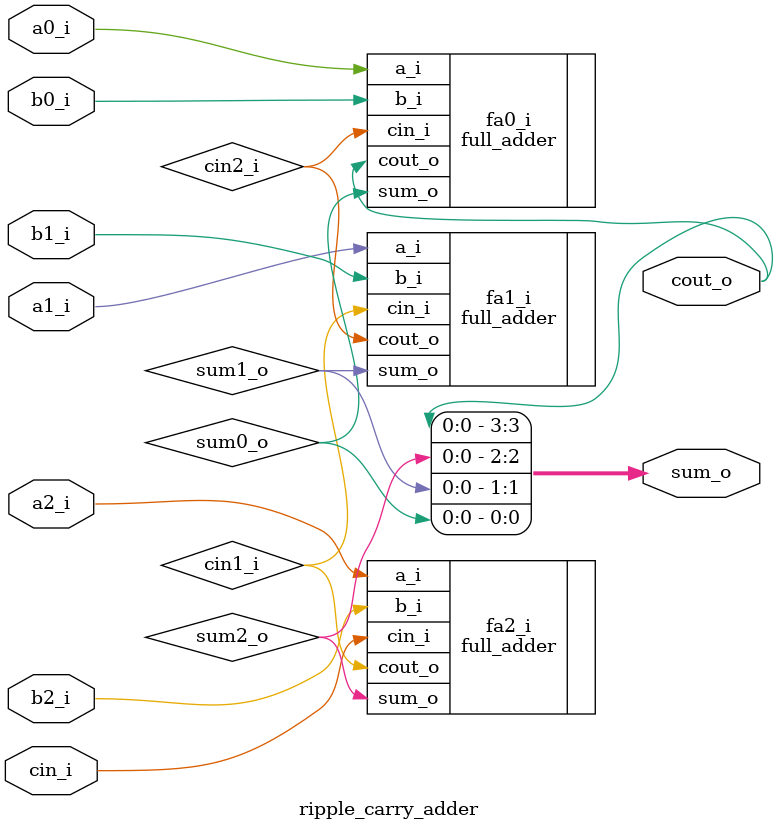
<source format=sv>
`timescale 1ns / 1ps

module ripple_carry_adder(
    input logic a0_i,
    input logic a1_i,
    input logic a2_i,
    input logic b0_i,
    input logic b1_i,
    input logic b2_i,
    input logic cin_i,
    output logic [3:0] sum_o,
    output logic cout_o
);

    logic cin1_i;
    logic cin2_i;
    logic sum0_o;
    logic sum2_o;
    logic sum1_o;
    
    full_adder fa2_i(
        .a_i(a2_i),
        .b_i(b2_i),
        .cin_i(cin_i),
        .sum_o(sum2_o),
        .cout_o(cin1_i)
    );

    full_adder fa1_i(
        .a_i(a1_i),
        .b_i(b1_i),
        .cin_i(cin1_i),
        .sum_o(sum1_o),
        .cout_o(cin2_i)
    );
    
    full_adder fa0_i(
        .a_i(a0_i),
        .b_i(b0_i),
        .cin_i(cin2_i),
        .sum_o(sum0_o),
        .cout_o(cout_o)
    );
        assign sum_o = {cout_o, sum2_o, sum1_o, sum0_o};
endmodule

</source>
